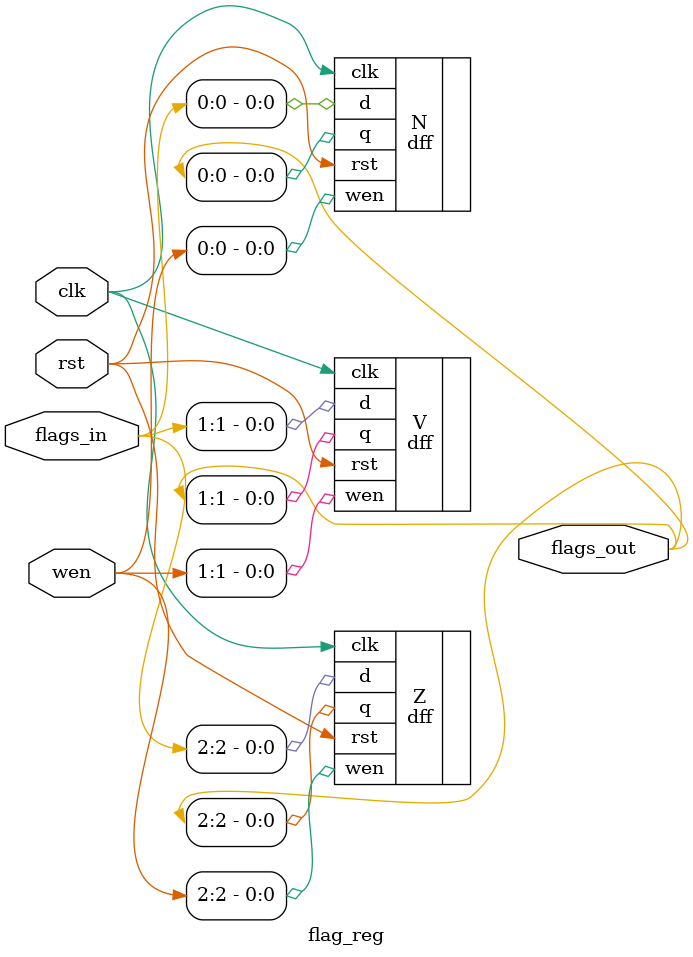
<source format=v>
/*
  flag register
  ADD,SUB :            Modify ZVN
  XOR, SLL, SRA, ROR : Modify Z
  wen[2] enables Z write
  wen[1] enables V write
  wen[0] enables N write
*/

module flag_reg
(
    input clk,
    input rst,
    input [2:0] wen,
    input [2:0] flags_in,
    output [2:0] flags_out
);

dff Z(.d(flags_in[2]), .q(flags_out[2]), .wen(wen[2]), .clk(clk), .rst(rst));
dff V(.d(flags_in[1]), .q(flags_out[1]), .wen(wen[1]), .clk(clk), .rst(rst));
dff N(.d(flags_in[0]), .q(flags_out[0]), .wen(wen[0]), .clk(clk), .rst(rst));

endmodule

</source>
